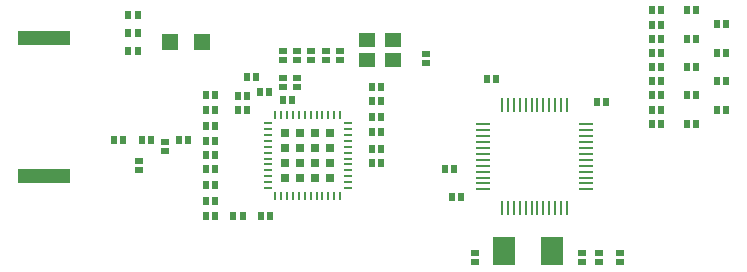
<source format=gtp>
G04 #@! TF.GenerationSoftware,KiCad,Pcbnew,5.0.0-rc2-unknown-fc71fc6~65~ubuntu16.04.1*
G04 #@! TF.CreationDate,2018-06-08T12:28:42+02:00*
G04 #@! TF.ProjectId,mmdvm_hs-hat,6D6D64766D5F68732D6861742E6B6963,1.7*
G04 #@! TF.SameCoordinates,Original*
G04 #@! TF.FileFunction,Paste,Top*
G04 #@! TF.FilePolarity,Positive*
%FSLAX46Y46*%
G04 Gerber Fmt 4.6, Leading zero omitted, Abs format (unit mm)*
G04 Created by KiCad (PCBNEW 5.0.0-rc2-unknown-fc71fc6~65~ubuntu16.04.1) date Fri Jun  8 12:28:42 2018*
%MOMM*%
%LPD*%
G01*
G04 APERTURE LIST*
%ADD10R,1.400000X1.200000*%
%ADD11R,0.575000X0.650000*%
%ADD12R,0.650000X0.575000*%
%ADD13R,1.360000X1.400000*%
%ADD14R,0.700000X0.250000*%
%ADD15R,0.250000X0.700000*%
%ADD16R,0.772500X0.772500*%
%ADD17R,0.250000X1.300000*%
%ADD18R,1.300000X0.250000*%
%ADD19R,1.900000X2.400000*%
%ADD20R,4.500000X1.300000*%
G04 APERTURE END LIST*
D10*
G04 #@! TO.C,X1*
X188023680Y-115136560D03*
X185823680Y-115136560D03*
X185823680Y-116836560D03*
X188023680Y-116836560D03*
G04 #@! TD*
D11*
G04 #@! TO.C,C3*
X172987500Y-119800000D03*
X172212500Y-119800000D03*
G04 #@! TD*
G04 #@! TO.C,C4*
X172212500Y-123650000D03*
X172987500Y-123650000D03*
G04 #@! TD*
G04 #@! TO.C,C5*
X172987500Y-124850000D03*
X172212500Y-124850000D03*
G04 #@! TD*
G04 #@! TO.C,C2*
X172212500Y-121000000D03*
X172987500Y-121000000D03*
G04 #@! TD*
G04 #@! TO.C,C31*
X165612500Y-116000000D03*
X166387500Y-116000000D03*
G04 #@! TD*
D12*
G04 #@! TO.C,C1*
X168750000Y-123762500D03*
X168750000Y-124537500D03*
G04 #@! TD*
D11*
G04 #@! TO.C,C6*
X172212500Y-127400000D03*
X172987500Y-127400000D03*
G04 #@! TD*
G04 #@! TO.C,C7*
X172987500Y-130000000D03*
X172212500Y-130000000D03*
G04 #@! TD*
G04 #@! TO.C,C8*
X174885200Y-119809260D03*
X175660200Y-119809260D03*
G04 #@! TD*
G04 #@! TO.C,C9*
X175659280Y-121044920D03*
X174884280Y-121044920D03*
G04 #@! TD*
G04 #@! TO.C,C10*
X177587500Y-130000000D03*
X176812500Y-130000000D03*
G04 #@! TD*
G04 #@! TO.C,C11*
X177494080Y-119481600D03*
X176719080Y-119481600D03*
G04 #@! TD*
D12*
G04 #@! TO.C,C13*
X179902410Y-116004880D03*
X179902410Y-116779880D03*
G04 #@! TD*
G04 #@! TO.C,C14*
X181104820Y-116779880D03*
X181104820Y-116004880D03*
G04 #@! TD*
G04 #@! TO.C,C15*
X182307230Y-116779880D03*
X182307230Y-116004880D03*
G04 #@! TD*
D11*
G04 #@! TO.C,C29*
X165612500Y-113000000D03*
X166387500Y-113000000D03*
G04 #@! TD*
G04 #@! TO.C,C28*
X164362500Y-123600000D03*
X165137500Y-123600000D03*
G04 #@! TD*
D12*
G04 #@! TO.C,C27*
X166500000Y-126137500D03*
X166500000Y-125362500D03*
G04 #@! TD*
D11*
G04 #@! TO.C,C26*
X195937900Y-118424960D03*
X196712900Y-118424960D03*
G04 #@! TD*
G04 #@! TO.C,C25*
X206053840Y-120329960D03*
X205278840Y-120329960D03*
G04 #@! TD*
G04 #@! TO.C,C24*
X192995400Y-128437640D03*
X193770400Y-128437640D03*
G04 #@! TD*
D12*
G04 #@! TO.C,C23*
X204000000Y-133887500D03*
X204000000Y-133112500D03*
G04 #@! TD*
D11*
G04 #@! TO.C,C22*
X186212500Y-124350780D03*
X186987500Y-124350780D03*
G04 #@! TD*
D12*
G04 #@! TO.C,C21*
X195000000Y-133887500D03*
X195000000Y-133112500D03*
G04 #@! TD*
D11*
G04 #@! TO.C,C20*
X186212500Y-125550000D03*
X186987500Y-125550000D03*
G04 #@! TD*
D12*
G04 #@! TO.C,C19*
X190850000Y-116312500D03*
X190850000Y-117087500D03*
G04 #@! TD*
D11*
G04 #@! TO.C,C18*
X186212500Y-119050000D03*
X186987500Y-119050000D03*
G04 #@! TD*
D12*
G04 #@! TO.C,C17*
X183509640Y-116779880D03*
X183509640Y-116004880D03*
G04 #@! TD*
G04 #@! TO.C,C12*
X178700000Y-116004880D03*
X178700000Y-116779880D03*
G04 #@! TD*
G04 #@! TO.C,C16*
X205500000Y-133112500D03*
X205500000Y-133887500D03*
G04 #@! TD*
D13*
G04 #@! TO.C,C30*
X169120000Y-115250000D03*
X171880000Y-115250000D03*
G04 #@! TD*
D11*
G04 #@! TO.C,L6*
X179487500Y-120200000D03*
X178712500Y-120200000D03*
G04 #@! TD*
G04 #@! TO.C,L5*
X165612500Y-114500000D03*
X166387500Y-114500000D03*
G04 #@! TD*
G04 #@! TO.C,L4*
X172985580Y-126065280D03*
X172210580Y-126065280D03*
G04 #@! TD*
G04 #@! TO.C,L3*
X172987500Y-122350000D03*
X172212500Y-122350000D03*
G04 #@! TD*
G04 #@! TO.C,L2*
X170687500Y-123600000D03*
X169912500Y-123600000D03*
G04 #@! TD*
G04 #@! TO.C,L1*
X166762500Y-123600000D03*
X167537500Y-123600000D03*
G04 #@! TD*
G04 #@! TO.C,D9*
X213687500Y-122200000D03*
X212912500Y-122200000D03*
G04 #@! TD*
G04 #@! TO.C,D7*
X212912500Y-119800000D03*
X213687500Y-119800000D03*
G04 #@! TD*
G04 #@! TO.C,D6*
X216187500Y-118600000D03*
X215412500Y-118600000D03*
G04 #@! TD*
G04 #@! TO.C,D5*
X212912500Y-117400000D03*
X213687500Y-117400000D03*
G04 #@! TD*
G04 #@! TO.C,D4*
X216187500Y-116200000D03*
X215412500Y-116200000D03*
G04 #@! TD*
G04 #@! TO.C,D3*
X212912500Y-115000000D03*
X213687500Y-115000000D03*
G04 #@! TD*
G04 #@! TO.C,D2*
X213687500Y-112600000D03*
X212912500Y-112600000D03*
G04 #@! TD*
G04 #@! TO.C,D8*
X215412500Y-121000000D03*
X216187500Y-121000000D03*
G04 #@! TD*
G04 #@! TO.C,D1*
X216187500Y-113750000D03*
X215412500Y-113750000D03*
G04 #@! TD*
G04 #@! TO.C,R9*
X186987500Y-121600000D03*
X186212500Y-121600000D03*
G04 #@! TD*
D12*
G04 #@! TO.C,R7*
X207200000Y-133112500D03*
X207200000Y-133887500D03*
G04 #@! TD*
D11*
G04 #@! TO.C,R10*
X186987500Y-122900000D03*
X186212500Y-122900000D03*
G04 #@! TD*
G04 #@! TO.C,R12*
X209912500Y-115000000D03*
X210687500Y-115000000D03*
G04 #@! TD*
G04 #@! TO.C,R8*
X186987500Y-120300000D03*
X186212500Y-120300000D03*
G04 #@! TD*
D12*
G04 #@! TO.C,R6*
X179902410Y-118312500D03*
X179902410Y-119087500D03*
G04 #@! TD*
G04 #@! TO.C,R5*
X178700000Y-119087500D03*
X178700000Y-118312500D03*
G04 #@! TD*
D11*
G04 #@! TO.C,R4*
X175664980Y-118280180D03*
X176439980Y-118280180D03*
G04 #@! TD*
G04 #@! TO.C,R3*
X174512500Y-130000000D03*
X175287500Y-130000000D03*
G04 #@! TD*
G04 #@! TO.C,R11*
X209912500Y-112600000D03*
X210687500Y-112600000D03*
G04 #@! TD*
G04 #@! TO.C,R13*
X210687500Y-116200000D03*
X209912500Y-116200000D03*
G04 #@! TD*
G04 #@! TO.C,R14*
X209912500Y-117400000D03*
X210687500Y-117400000D03*
G04 #@! TD*
G04 #@! TO.C,R15*
X210687500Y-118600000D03*
X209912500Y-118600000D03*
G04 #@! TD*
G04 #@! TO.C,R16*
X209912500Y-119800000D03*
X210687500Y-119800000D03*
G04 #@! TD*
G04 #@! TO.C,R17*
X210687500Y-121000000D03*
X209912500Y-121000000D03*
G04 #@! TD*
G04 #@! TO.C,R18*
X210687500Y-113800000D03*
X209912500Y-113800000D03*
G04 #@! TD*
G04 #@! TO.C,R19*
X210687500Y-122200000D03*
X209912500Y-122200000D03*
G04 #@! TD*
G04 #@! TO.C,R2*
X172212500Y-128700000D03*
X172987500Y-128700000D03*
G04 #@! TD*
G04 #@! TO.C,R1*
X193219220Y-126044960D03*
X192444220Y-126044960D03*
G04 #@! TD*
D14*
G04 #@! TO.C,U1*
X177393750Y-122143750D03*
X177393750Y-122643750D03*
X177393750Y-123143750D03*
X177393750Y-123643750D03*
X177393750Y-124143750D03*
X177393750Y-124643750D03*
X177393750Y-125143750D03*
X177393750Y-125643750D03*
X177393750Y-126143750D03*
X177393750Y-126643750D03*
X177393750Y-127143750D03*
X177393750Y-127643750D03*
D15*
X178043750Y-128293750D03*
X178543750Y-128293750D03*
X179043750Y-128293750D03*
X179543750Y-128293750D03*
X180043750Y-128293750D03*
X180543750Y-128293750D03*
X181043750Y-128293750D03*
X181543750Y-128293750D03*
X182043750Y-128293750D03*
X182543750Y-128293750D03*
X183043750Y-128293750D03*
X183543750Y-128293750D03*
D14*
X184193750Y-127643750D03*
X184193750Y-127143750D03*
X184193750Y-126643750D03*
X184193750Y-126143750D03*
X184193750Y-125643750D03*
X184193750Y-125143750D03*
X184193750Y-124643750D03*
X184193750Y-124143750D03*
X184193750Y-123643750D03*
X184193750Y-123143750D03*
X184193750Y-122643750D03*
X184193750Y-122143750D03*
D15*
X183543750Y-121493750D03*
X183043750Y-121493750D03*
X182543750Y-121493750D03*
X182043750Y-121493750D03*
X181543750Y-121493750D03*
X181043750Y-121493750D03*
X180543750Y-121493750D03*
X180043750Y-121493750D03*
X179543750Y-121493750D03*
X179043750Y-121493750D03*
X178543750Y-121493750D03*
X178043750Y-121493750D03*
D16*
X182725000Y-126825000D03*
X182725000Y-125537500D03*
X182725000Y-124250000D03*
X182725000Y-122962500D03*
X181437500Y-126825000D03*
X181437500Y-125537500D03*
X181437500Y-124250000D03*
X181437500Y-122962500D03*
X180150000Y-126825000D03*
X180150000Y-125537500D03*
X180150000Y-124250000D03*
X180150000Y-122962500D03*
X178862500Y-126825000D03*
X178862500Y-125537500D03*
X178862500Y-124250000D03*
X178862500Y-122962500D03*
G04 #@! TD*
D17*
G04 #@! TO.C,U2*
X197250000Y-129350000D03*
X197750000Y-129350000D03*
X198250000Y-129350000D03*
X198750000Y-129350000D03*
X199250000Y-129350000D03*
X199750000Y-129350000D03*
X200250000Y-129350000D03*
X200750000Y-129350000D03*
X201250000Y-129350000D03*
X201750000Y-129350000D03*
X202250000Y-129350000D03*
X202750000Y-129350000D03*
D18*
X204350000Y-127750000D03*
X204350000Y-127250000D03*
X204350000Y-126750000D03*
X204350000Y-126250000D03*
X204350000Y-125750000D03*
X204350000Y-125250000D03*
X204350000Y-124750000D03*
X204350000Y-124250000D03*
X204350000Y-123750000D03*
X204350000Y-123250000D03*
X204350000Y-122750000D03*
X204350000Y-122250000D03*
D17*
X202750000Y-120650000D03*
X202250000Y-120650000D03*
X201750000Y-120650000D03*
X201250000Y-120650000D03*
X200750000Y-120650000D03*
X200250000Y-120650000D03*
X199750000Y-120650000D03*
X199250000Y-120650000D03*
X198750000Y-120650000D03*
X198250000Y-120650000D03*
X197750000Y-120650000D03*
X197250000Y-120650000D03*
D18*
X195650000Y-122250000D03*
X195650000Y-122750000D03*
X195650000Y-123250000D03*
X195650000Y-123750000D03*
X195650000Y-124250000D03*
X195650000Y-124750000D03*
X195650000Y-125250000D03*
X195650000Y-125750000D03*
X195650000Y-126250000D03*
X195650000Y-126750000D03*
X195650000Y-127250000D03*
X195650000Y-127750000D03*
G04 #@! TD*
D19*
G04 #@! TO.C,Y1*
X201500000Y-133000000D03*
X197400000Y-133000000D03*
G04 #@! TD*
D20*
G04 #@! TO.C,AE1*
X158500000Y-126600000D03*
X158500000Y-114900000D03*
G04 #@! TD*
M02*

</source>
